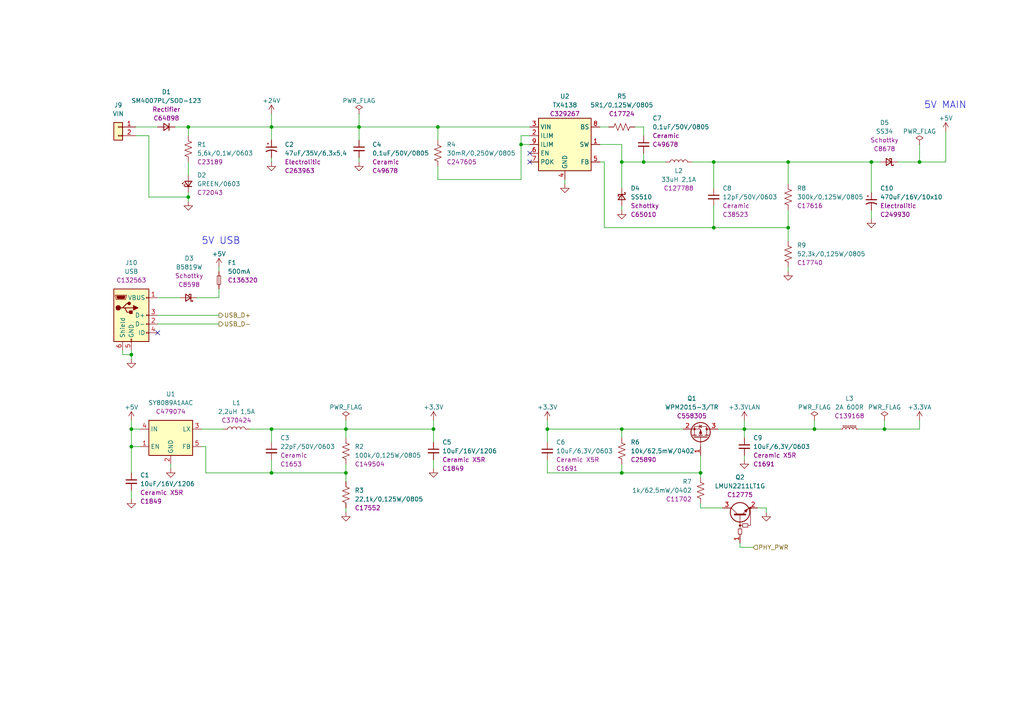
<source format=kicad_sch>
(kicad_sch (version 20230121) (generator eeschema)
  (paper "A4")
  (title_block (title "ESP 16x 24VDC Input 16x External Relay Output Module") (date "2022-10-20") (rev "V1"))
  (lib_symbols
    (symbol "Connector:USB_B_Micro" (pin_names (offset 1.016))
      (property "Reference" "J" (at -5.08 11.43 0))
      (property "Value" "USB_B_Micro" (at -5.08 8.89 0))
      (symbol "USB_B_Micro_0_1"
        (rectangle (start -5.08 -7.62) (end 5.08 7.62) (stroke (width 0.254)) (fill (type background)))
        (circle (center -3.81 2.159) (radius 0.635) (stroke (width 0.254)) (fill (type outline)))
        (circle (center -0.635 3.429) (radius 0.381) (stroke (width 0.254)) (fill (type outline)))
        (rectangle (start -0.127 -7.62) (end 0.127 -6.858))
        (polyline (pts (xy -1.905 2.159) (xy 0.635 2.159)) (stroke (width 0.254)))
        (polyline (pts (xy -3.175 2.159) (xy -2.54 2.159) (xy -1.27 3.429) (xy -0.635 3.429)) (stroke (width 0.254)))
        (polyline (pts (xy -2.54 2.159) (xy -1.905 2.159) (xy -1.27 0.889) (xy 0 0.889)) (stroke (width 0.254)))
        (polyline (pts (xy 0.635 2.794) (xy 0.635 1.524) (xy 1.905 2.159) (xy 0.635 2.794)) (stroke (width 0.254)) (fill (type outline)))
        (polyline (pts (xy -4.318 5.588) (xy -1.778 5.588) (xy -2.032 4.826) (xy -4.064 4.826) (xy -4.318 5.588)) (fill (type outline)))
        (polyline (pts (xy -4.699 5.842) (xy -4.699 5.588) (xy -4.445 4.826) (xy -4.445 4.572) (xy -1.651 4.572) (xy -1.651 4.826) (xy -1.397 5.588) (xy -1.397 5.842) (xy -4.699 5.842)))
        (rectangle (start 0.254 1.27) (end -0.508 0.508) (stroke (width 0.254)) (fill (type outline)))
        (rectangle (start 5.08 -5.207) (end 4.318 -4.953))
        (rectangle (start 5.08 -2.667) (end 4.318 -2.413))
        (rectangle (start 5.08 -0.127) (end 4.318 0.127))
        (rectangle (start 5.08 4.953) (end 4.318 5.207))
      )
      (symbol "USB_B_Micro_1_1"
        (pin power_out line (at 7.62 5.08 180) (length 2.54) (name "VBUS") (number "1"))
        (pin bidirectional line (at 7.62 -2.54 180) (length 2.54) (name "D-") (number "2"))
        (pin bidirectional line (at 7.62 0 180) (length 2.54) (name "D+") (number "3"))
        (pin passive line (at 7.62 -5.08 180) (length 2.54) (name "ID") (number "4"))
        (pin power_out line (at 0 -10.16 90) (length 2.54) (name "GND") (number "5"))
        (pin passive line (at -2.54 -10.16 90) (length 2.54) (name "Shield") (number "6"))
      )
    )
    (symbol "Connector_Generic:Conn_01x02" (pin_names (offset 1.016) hide)
      (property "Reference" "J" (at 0 2.54 0))
      (property "Value" "Conn_01x02" (at 0 -5.08 0))
      (symbol "Conn_01x02_1_1"
        (rectangle (start -1.27 -2.413) (end 0 -2.667) (stroke (width 0.1524)))
        (rectangle (start -1.27 0.127) (end 0 -0.127) (stroke (width 0.1524)))
        (rectangle (start -1.27 1.27) (end 1.27 -3.81) (stroke (width 0.254)) (fill (type background)))
        (pin passive line (at -5.08 0 0) (length 3.81) (name "Pin_1") (number "1"))
        (pin passive line (at -5.08 -2.54 0) (length 3.81) (name "Pin_2") (number "2"))
      )
    )
    (symbol "Device:C_Polarized_Small_US" (pin_numbers hide) (pin_names (offset 0.254) hide)
      (property "Reference" "C" (at 0.254 1.778 0))
      (property "Value" "C_Polarized_Small_US" (at 0.254 -2.032 0))
      (symbol "C_Polarized_Small_US_0_1"
        (polyline (pts (xy -1.524 0.508) (xy 1.524 0.508)) (stroke (width 0.3048)))
        (polyline (pts (xy -1.27 1.524) (xy -0.762 1.524)))
        (polyline (pts (xy -1.016 1.27) (xy -1.016 1.778)))
        (arc (start 1.524 -0.762) (mid 0 -0.3734) (end -1.524 -0.762) (stroke (width 0.3048)))
      )
      (symbol "C_Polarized_Small_US_1_1"
        (pin passive line (at 0 2.54 270) (length 2.032) (name "~") (number "1"))
        (pin passive line (at 0 -2.54 90) (length 2.032) (name "~") (number "2"))
      )
    )
    (symbol "Device:C_Small" (pin_numbers hide) (pin_names (offset 0.254) hide)
      (property "Reference" "C" (at 0.254 1.778 0))
      (property "Value" "C_Small" (at 0.254 -2.032 0))
      (symbol "C_Small_0_1"
        (polyline (pts (xy -1.524 -0.508) (xy 1.524 -0.508)) (stroke (width 0.3302)))
        (polyline (pts (xy -1.524 0.508) (xy 1.524 0.508)) (stroke (width 0.3048)))
      )
      (symbol "C_Small_1_1"
        (pin passive line (at 0 2.54 270) (length 2.032) (name "~") (number "1"))
        (pin passive line (at 0 -2.54 90) (length 2.032) (name "~") (number "2"))
      )
    )
    (symbol "Device:D_Schottky_Small" (pin_numbers hide) (pin_names (offset 0.254) hide)
      (property "Reference" "D" (at -1.27 2.032 0))
      (property "Value" "D_Schottky_Small" (at -7.112 -2.032 0))
      (symbol "D_Schottky_Small_0_1"
        (polyline (pts (xy -0.762 0) (xy 0.762 0)))
        (polyline (pts (xy 0.762 -1.016) (xy -0.762 0) (xy 0.762 1.016) (xy 0.762 -1.016)) (stroke (width 0.254)))
        (polyline (pts (xy -1.27 0.762) (xy -1.27 1.016) (xy -0.762 1.016) (xy -0.762 -1.016) (xy -0.254 -1.016) (xy -0.254 -0.762)) (stroke (width 0.254)))
      )
      (symbol "D_Schottky_Small_1_1"
        (pin passive line (at -2.54 0 0) (length 1.778) (name "K") (number "1"))
        (pin passive line (at 2.54 0 180) (length 1.778) (name "A") (number "2"))
      )
    )
    (symbol "Device:D_Small" (pin_numbers hide) (pin_names (offset 0.254) hide)
      (property "Reference" "D" (at -1.27 2.032 0))
      (property "Value" "D_Small" (at -3.81 -2.032 0))
      (symbol "D_Small_0_1"
        (polyline (pts (xy -0.762 -1.016) (xy -0.762 1.016)) (stroke (width 0.254)))
        (polyline (pts (xy -0.762 0) (xy 0.762 0)))
        (polyline (pts (xy 0.762 -1.016) (xy -0.762 0) (xy 0.762 1.016) (xy 0.762 -1.016)) (stroke (width 0.254)))
      )
      (symbol "D_Small_1_1"
        (pin passive line (at -2.54 0 0) (length 1.778) (name "K") (number "1"))
        (pin passive line (at 2.54 0 180) (length 1.778) (name "A") (number "2"))
      )
    )
    (symbol "Device:Fuse_Small" (pin_numbers hide) (pin_names (offset 0.254) hide)
      (property "Reference" "F" (at 0 -1.524 0))
      (property "Value" "Fuse_Small" (at 0 1.524 0))
      (symbol "Fuse_Small_0_1"
        (rectangle (start -1.27 0.508) (end 1.27 -0.508))
        (polyline (pts (xy -1.27 0) (xy 1.27 0)))
      )
      (symbol "Fuse_Small_1_1"
        (pin passive line (at -2.54 0 0) (length 1.27) (name "~") (number "1"))
        (pin passive line (at 2.54 0 180) (length 1.27) (name "~") (number "2"))
      )
    )
    (symbol "Device:L" (pin_numbers hide) (pin_names (offset 1.016) hide)
      (property "Reference" "L" (at -1.27 0 90))
      (property "Value" "L" (at 1.905 0 90))
      (symbol "L_0_1"
        (arc (start 0 -2.54) (mid 0.6323 -1.905) (end 0 -1.27))
        (arc (start 0 -1.27) (mid 0.6323 -0.635) (end 0 0))
        (arc (start 0 0) (mid 0.6323 0.635) (end 0 1.27))
        (arc (start 0 1.27) (mid 0.6323 1.905) (end 0 2.54))
      )
      (symbol "L_1_1"
        (pin passive line (at 0 3.81 270) (length 1.27) (name "1") (number "1"))
        (pin passive line (at 0 -3.81 90) (length 1.27) (name "2") (number "2"))
      )
    )
    (symbol "Device:LED_Small" (pin_numbers hide) (pin_names (offset 0.254) hide)
      (property "Reference" "D" (at -1.27 3.175 0))
      (property "Value" "LED_Small" (at -4.445 -2.54 0))
      (symbol "LED_Small_0_1"
        (polyline (pts (xy -0.762 -1.016) (xy -0.762 1.016)) (stroke (width 0.254)))
        (polyline (pts (xy 1.016 0) (xy -0.762 0)))
        (polyline (pts (xy 0.762 -1.016) (xy -0.762 0) (xy 0.762 1.016) (xy 0.762 -1.016)) (stroke (width 0.254)))
        (polyline (pts (xy 0 0.762) (xy -0.508 1.27) (xy -0.254 1.27) (xy -0.508 1.27) (xy -0.508 1.016)))
        (polyline (pts (xy 0.508 1.27) (xy 0 1.778) (xy 0.254 1.778) (xy 0 1.778) (xy 0 1.524)))
      )
      (symbol "LED_Small_1_1"
        (pin passive line (at -2.54 0 0) (length 1.778) (name "K") (number "1"))
        (pin passive line (at 2.54 0 180) (length 1.778) (name "A") (number "2"))
      )
    )
    (symbol "Device:L_Ferrite_Small" (pin_numbers hide) (pin_names (offset 0.254) hide)
      (property "Reference" "L" (at 1.27 1.016 0))
      (property "Value" "L_Ferrite_Small" (at 1.27 -1.27 0))
      (symbol "L_Ferrite_Small_0_1"
        (arc (start 0 -2.032) (mid 0.5058 -1.524) (end 0 -1.016))
        (arc (start 0 -1.016) (mid 0.5058 -0.508) (end 0 0))
        (polyline (pts (xy 0.762 -1.905) (xy 0.762 -1.651)))
        (polyline (pts (xy 0.762 -1.397) (xy 0.762 -1.143)))
        (polyline (pts (xy 0.762 -0.889) (xy 0.762 -0.635)))
        (polyline (pts (xy 0.762 -0.381) (xy 0.762 -0.127)))
        (polyline (pts (xy 0.762 0.127) (xy 0.762 0.381)))
        (polyline (pts (xy 0.762 0.635) (xy 0.762 0.889)))
        (polyline (pts (xy 0.762 1.143) (xy 0.762 1.397)))
        (polyline (pts (xy 0.762 1.651) (xy 0.762 1.905)))
        (polyline (pts (xy 1.016 -1.651) (xy 1.016 -1.905)))
        (polyline (pts (xy 1.016 -1.143) (xy 1.016 -1.397)))
        (polyline (pts (xy 1.016 -0.635) (xy 1.016 -0.889)))
        (polyline (pts (xy 1.016 -0.127) (xy 1.016 -0.381)))
        (polyline (pts (xy 1.016 0.381) (xy 1.016 0.127)))
        (polyline (pts (xy 1.016 0.889) (xy 1.016 0.635)))
        (polyline (pts (xy 1.016 1.397) (xy 1.016 1.143)))
        (polyline (pts (xy 1.016 1.905) (xy 1.016 1.651)))
        (arc (start 0 0) (mid 0.5058 0.508) (end 0 1.016))
        (arc (start 0 1.016) (mid 0.5058 1.524) (end 0 2.032))
      )
      (symbol "L_Ferrite_Small_1_1"
        (pin passive line (at 0 2.54 270) (length 0.508) (name "~") (number "1"))
        (pin passive line (at 0 -2.54 90) (length 0.508) (name "~") (number "2"))
      )
    )
    (symbol "Device:Q_NPN_BEC_BRT" (pin_names hide)
      (property "Reference" "Q" (at 3.81 1.27 0))
      (property "Value" "Q_NPN_BEC_BRT" (at 3.81 -1.27 0))
      (symbol "Q_NPN_BEC_BRT_0_1"
        (rectangle (start -6.35 0.508) (end -4.826 -0.508))
        (rectangle (start -4.318 -2.286) (end -3.302 -0.762))
        (circle (center -3.81 0) (radius 0.254) (fill (type outline)))
        (polyline (pts (xy -3.81 -0.762) (xy -3.81 0)))
        (polyline (pts (xy -0.762 0) (xy -4.826 0)))
        (polyline (pts (xy -0.635 1.524) (xy -0.635 -1.524)) (stroke (width 0.508)))
        (polyline (pts (xy -3.81 -2.286) (xy -3.81 -3.048) (xy 1.27 -3.048)))
        (circle (center 1.27 -3.048) (radius 0.254) (fill (type outline)))
      )
      (symbol "Q_NPN_BEC_BRT_1_1"
        (polyline (pts (xy -0.635 0.635) (xy 1.27 2.54)))
        (polyline (pts (xy -0.635 -0.635) (xy 1.27 -2.54) (xy 1.27 -2.54)))
        (polyline (pts (xy 0 -1.778) (xy 0.508 -1.27) (xy 1.016 -2.286) (xy 0 -1.778) (xy 0 -1.778)) (fill (type outline)))
        (circle (center 0 0) (radius 2.8194) (stroke (width 0.254)))
        (pin input line (at -8.89 0 0) (length 2.54) (name "B") (number "1"))
        (pin passive line (at 1.27 -5.08 90) (length 2.54) (name "E") (number "2"))
        (pin passive line (at 1.27 5.08 270) (length 2.54) (name "C") (number "3"))
      )
    )
    (symbol "Device:Q_PMOS_GSD" (pin_names (offset 0) hide)
      (property "Reference" "Q" (at 5.08 1.27 0))
      (property "Value" "Q_PMOS_GSD" (at 5.08 -1.27 0))
      (symbol "Q_PMOS_GSD_0_1"
        (polyline (pts (xy 0.254 0) (xy -2.54 0)))
        (polyline (pts (xy 0.254 1.905) (xy 0.254 -1.905)) (stroke (width 0.254)))
        (polyline (pts (xy 0.762 -1.27) (xy 0.762 -2.286)) (stroke (width 0.254)))
        (polyline (pts (xy 0.762 0.508) (xy 0.762 -0.508)) (stroke (width 0.254)))
        (polyline (pts (xy 0.762 2.286) (xy 0.762 1.27)) (stroke (width 0.254)))
        (polyline (pts (xy 2.54 2.54) (xy 2.54 1.778)))
        (polyline (pts (xy 2.54 -2.54) (xy 2.54 0) (xy 0.762 0)))
        (polyline (pts (xy 0.762 1.778) (xy 3.302 1.778) (xy 3.302 -1.778) (xy 0.762 -1.778)))
        (polyline (pts (xy 2.286 0) (xy 1.27 0.381) (xy 1.27 -0.381) (xy 2.286 0)) (fill (type outline)))
        (polyline (pts (xy 2.794 -0.508) (xy 2.921 -0.381) (xy 3.683 -0.381) (xy 3.81 -0.254)))
        (polyline (pts (xy 3.302 -0.381) (xy 2.921 0.254) (xy 3.683 0.254) (xy 3.302 -0.381)))
        (circle (center 1.651 0) (radius 2.794) (stroke (width 0.254)))
        (circle (center 2.54 -1.778) (radius 0.254) (fill (type outline)))
        (circle (center 2.54 1.778) (radius 0.254) (fill (type outline)))
      )
      (symbol "Q_PMOS_GSD_1_1"
        (pin input line (at -5.08 0 0) (length 2.54) (name "G") (number "1"))
        (pin passive line (at 2.54 -5.08 90) (length 2.54) (name "S") (number "2"))
        (pin passive line (at 2.54 5.08 270) (length 2.54) (name "D") (number "3"))
      )
    )
    (symbol "Device:R_US" (pin_numbers hide) (pin_names (offset 0))
      (property "Reference" "R" (at 2.54 0 90))
      (property "Value" "R_US" (at -2.54 0 90))
      (symbol "R_US_0_1"
        (polyline (pts (xy 0 -2.286) (xy 0 -2.54)))
        (polyline (pts (xy 0 2.286) (xy 0 2.54)))
        (polyline (pts (xy 0 -0.762) (xy 1.016 -1.143) (xy 0 -1.524) (xy -1.016 -1.905) (xy 0 -2.286)))
        (polyline (pts (xy 0 0.762) (xy 1.016 0.381) (xy 0 0) (xy -1.016 -0.381) (xy 0 -0.762)))
        (polyline (pts (xy 0 2.286) (xy 1.016 1.905) (xy 0 1.524) (xy -1.016 1.143) (xy 0 0.762)))
      )
      (symbol "R_US_1_1"
        (pin passive line (at 0 3.81 270) (length 1.27) (name "~") (number "1"))
        (pin passive line (at 0 -3.81 90) (length 1.27) (name "~") (number "2"))
      )
    )
    (symbol "Tales:+3.3V" (power) (pin_names (offset 0))
      (property "Value" "+3.3V" (at 0 3.556 0))
      (symbol "+3.3V_0_1"
        (polyline (pts (xy -0.762 1.27) (xy 0 2.54)))
        (polyline (pts (xy 0 0) (xy 0 2.54)))
        (polyline (pts (xy 0 2.54) (xy 0.762 1.27)))
      )
      (symbol "+3.3V_1_1"
        (pin power_in line (at 0 0 90) (length 0) hide (name "+3.3V") (number "1"))
      )
    )
    (symbol "Tales:+3.3VLAN" (power) (pin_names (offset 0))
      (property "Value" "+3.3VLAN" (at 0 3.556 0))
      (symbol "+3.3VLAN_0_1"
        (polyline (pts (xy -0.762 1.27) (xy 0 2.54)))
        (polyline (pts (xy 0 0) (xy 0 2.54)))
        (polyline (pts (xy 0 2.54) (xy 0.762 1.27)))
      )
      (symbol "+3.3VLAN_1_1"
        (pin power_in line (at 0 0 90) (length 0) hide (name "+3.3VLAN") (number "1"))
      )
    )
    (symbol "Tales:SY8089AAAC"
      (property "Reference" "U" (at 0 10.16 0))
      (property "Value" "SY8089AAAC" (at 0 7.62 0))
      (symbol "SY8089AAAC_0_1"
        (rectangle (start -6.35 5.08) (end 6.35 -5.08) (stroke (width 0.254)) (fill (type background)))
      )
      (symbol "SY8089AAAC_1_1"
        (pin input line (at -8.89 -2.54 0) (length 2.54) (name "EN") (number "1"))
        (pin power_in line (at 0 -7.62 90) (length 2.54) (name "GND") (number "2"))
        (pin power_out line (at 8.89 2.54 180) (length 2.54) (name "LX") (number "3"))
        (pin power_in line (at -8.89 2.54 0) (length 2.54) (name "IN") (number "4"))
        (pin input line (at 8.89 -2.54 180) (length 2.54) (name "FB") (number "5"))
      )
    )
    (symbol "Tales:TX4138"
      (property "Reference" "U" (at 0 12.7 0))
      (property "Value" "TX4138" (at 0 10.16 0))
      (symbol "TX4138_0_1"
        (rectangle (start -7.62 7.62) (end 7.62 -7.62) (stroke (width 0.254)) (fill (type background)))
      )
      (symbol "TX4138_1_1"
        (pin power_out line (at 10.16 0 180) (length 2.54) (name "SW") (number "1"))
        (pin input line (at -10.16 2.54 0) (length 2.54) (name "ILIM") (number "2"))
        (pin power_in line (at -10.16 5.08 0) (length 2.54) (name "VIN") (number "3"))
        (pin power_in line (at 0 -10.16 90) (length 2.54) (name "GND") (number "4"))
        (pin input line (at 10.16 -5.08 180) (length 2.54) (name "FB") (number "5"))
        (pin input line (at -10.16 -2.54 0) (length 2.54) (name "EN") (number "6"))
        (pin output line (at -10.16 -5.08 0) (length 2.54) (name "POK") (number "7"))
        (pin output line (at 10.16 5.08 180) (length 2.54) (name "BS") (number "8"))
        (pin input line (at -10.16 0 0) (length 2.54) (name "ILIM") (number "9"))
      )
    )
    (symbol "power:+24V" (power) (pin_names (offset 0))
      (property "Value" "+24V" (at 0 3.556 0))
      (symbol "+24V_0_1"
        (polyline (pts (xy -0.762 1.27) (xy 0 2.54)))
        (polyline (pts (xy 0 0) (xy 0 2.54)))
        (polyline (pts (xy 0 2.54) (xy 0.762 1.27)))
      )
      (symbol "+24V_1_1"
        (pin power_in line (at 0 0 90) (length 0) hide (name "+24V") (number "1"))
      )
    )
    (symbol "power:+3.3VA" (power) (pin_names (offset 0))
      (property "Value" "+3.3VA" (at 0 3.556 0))
      (symbol "+3.3VA_0_1"
        (polyline (pts (xy -0.762 1.27) (xy 0 2.54)))
        (polyline (pts (xy 0 0) (xy 0 2.54)))
        (polyline (pts (xy 0 2.54) (xy 0.762 1.27)))
      )
      (symbol "+3.3VA_1_1"
        (pin power_in line (at 0 0 90) (length 0) hide (name "+3.3VA") (number "1"))
      )
    )
    (symbol "power:+5V" (power) (pin_names (offset 0))
      (property "Value" "+5V" (at 0 3.556 0))
      (symbol "+5V_0_1"
        (polyline (pts (xy -0.762 1.27) (xy 0 2.54)))
        (polyline (pts (xy 0 0) (xy 0 2.54)))
        (polyline (pts (xy 0 2.54) (xy 0.762 1.27)))
      )
      (symbol "+5V_1_1"
        (pin power_in line (at 0 0 90) (length 0) hide (name "+5V") (number "1"))
      )
    )
    (symbol "power:GND" (power) (pin_names (offset 0))
      (property "Value" "GND" (at 0 -3.81 0))
      (symbol "GND_0_1"
        (polyline (pts (xy 0 0) (xy 0 -1.27) (xy 1.27 -1.27) (xy 0 -2.54) (xy -1.27 -1.27) (xy 0 -1.27)))
      )
      (symbol "GND_1_1"
        (pin power_in line (at 0 0 270) (length 0) hide (name "GND") (number "1"))
      )
    )
    (symbol "power:PWR_FLAG" (power) (pin_numbers hide) (pin_names (offset 0) hide)
      (property "Value" "PWR_FLAG" (at 0 3.81 0))
      (symbol "PWR_FLAG_0_0"
        (pin power_out line (at 0 0 90) (length 0) (name "pwr") (number "1"))
      )
      (symbol "PWR_FLAG_0_1"
        (polyline (pts (xy 0 0) (xy 0 1.27) (xy -1.016 1.905) (xy 0 2.54) (xy 1.016 1.905) (xy 0 1.27)))
      )
    )
  )
  (junction (at 180.34 46.99))
  (junction (at 180.34 124.46))
  (junction (at 151.13 41.91))
  (junction (at 125.73 124.46))
  (junction (at 207.01 66.04))
  (junction (at 266.7 46.99))
  (junction (at 54.61 36.83))
  (junction (at 256.54 124.46))
  (junction (at 127 36.83))
  (junction (at 180.34 137.16))
  (junction (at 236.22 124.46))
  (junction (at 104.14 36.83))
  (junction (at 78.74 137.16))
  (junction (at 228.6 66.04))
  (junction (at 38.1 129.54))
  (junction (at 186.69 46.99))
  (junction (at 252.73 46.99))
  (junction (at 215.9 124.46))
  (junction (at 207.01 46.99))
  (junction (at 38.1 124.46))
  (junction (at 54.61 57.15))
  (junction (at 158.75 124.46))
  (junction (at 78.74 36.83))
  (junction (at 203.2 137.16))
  (junction (at 100.33 124.46))
  (junction (at 78.74 124.46))
  (junction (at 38.1 102.87))
  (junction (at 100.33 137.16))
  (junction (at 228.6 46.99))
  (no_connect (at 153.67 46.99))
  (no_connect (at 153.67 44.45))
  (no_connect (at 45.72 96.52))
  (wire (pts (xy 228.6 46.99) (xy 252.73 46.99)))
  (wire (pts (xy 252.73 46.99) (xy 255.27 46.99)))
  (wire (pts (xy 180.34 46.99) (xy 180.34 54.61)))
  (wire (pts (xy 78.74 133.35) (xy 78.74 137.16)))
  (wire (pts (xy 127 36.83) (xy 153.67 36.83)))
  (wire (pts (xy 125.73 128.27) (xy 125.73 124.46)))
  (wire (pts (xy 228.6 46.99) (xy 228.6 53.34)))
  (wire (pts (xy 180.34 41.91) (xy 180.34 46.99)))
  (wire (pts (xy 125.73 133.35) (xy 125.73 135.89)))
  (wire (pts (xy 203.2 137.16) (xy 203.2 138.43)))
  (wire (pts (xy 54.61 55.88) (xy 54.61 57.15)))
  (wire (pts (xy 203.2 132.08) (xy 203.2 137.16)))
  (wire (pts (xy 100.33 124.46) (xy 100.33 127)))
  (wire (pts (xy 39.37 36.83) (xy 45.72 36.83)))
  (wire (pts (xy 228.6 60.96) (xy 228.6 66.04)))
  (wire (pts (xy 49.53 134.62) (xy 49.53 135.89)))
  (wire (pts (xy 127 52.07) (xy 151.13 52.07)))
  (wire (pts (xy 158.75 133.35) (xy 158.75 137.16)))
  (wire (pts (xy 38.1 142.24) (xy 38.1 144.78)))
  (wire (pts (xy 104.14 36.83) (xy 127 36.83)))
  (wire (pts (xy 100.33 134.62) (xy 100.33 137.16)))
  (wire (pts (xy 38.1 124.46) (xy 40.64 124.46)))
  (wire (pts (xy 78.74 124.46) (xy 100.33 124.46)))
  (wire (pts (xy 78.74 36.83) (xy 78.74 40.64)))
  (wire (pts (xy 78.74 33.02) (xy 78.74 36.83)))
  (wire (pts (xy 100.33 147.32) (xy 100.33 148.59)))
  (wire (pts (xy 45.72 91.44) (xy 63.5 91.44)))
  (wire (pts (xy 54.61 36.83) (xy 78.74 36.83)))
  (wire (pts (xy 207.01 66.04) (xy 207.01 59.69)))
  (wire (pts (xy 54.61 36.83) (xy 54.61 39.37)))
  (wire (pts (xy 72.39 124.46) (xy 78.74 124.46)))
  (wire (pts (xy 266.7 46.99) (xy 274.32 46.99)))
  (wire (pts (xy 222.25 147.32) (xy 222.25 148.59)))
  (wire (pts (xy 158.75 121.92) (xy 158.75 124.46)))
  (wire (pts (xy 274.32 46.99) (xy 274.32 38.1)))
  (wire (pts (xy 45.72 86.36) (xy 52.07 86.36)))
  (wire (pts (xy 100.33 137.16) (xy 100.33 139.7)))
  (wire (pts (xy 127 48.26) (xy 127 52.07)))
  (wire (pts (xy 222.25 147.32) (xy 219.71 147.32)))
  (wire (pts (xy 38.1 101.6) (xy 38.1 102.87)))
  (wire (pts (xy 173.99 46.99) (xy 175.26 46.99)))
  (wire (pts (xy 151.13 52.07) (xy 151.13 41.91)))
  (wire (pts (xy 256.54 124.46) (xy 248.92 124.46)))
  (wire (pts (xy 78.74 137.16) (xy 100.33 137.16)))
  (wire (pts (xy 38.1 129.54) (xy 38.1 137.16)))
  (wire (pts (xy 215.9 124.46) (xy 215.9 127)))
  (wire (pts (xy 200.66 46.99) (xy 207.01 46.99)))
  (wire (pts (xy 78.74 45.72) (xy 78.74 46.99)))
  (wire (pts (xy 228.6 66.04) (xy 228.6 69.85)))
  (wire (pts (xy 198.12 124.46) (xy 180.34 124.46)))
  (wire (pts (xy 38.1 121.92) (xy 38.1 124.46)))
  (wire (pts (xy 57.15 86.36) (xy 63.5 86.36)))
  (wire (pts (xy 208.28 124.46) (xy 215.9 124.46)))
  (wire (pts (xy 180.34 134.62) (xy 180.34 137.16)))
  (wire (pts (xy 158.75 137.16) (xy 180.34 137.16)))
  (wire (pts (xy 100.33 121.92) (xy 100.33 124.46)))
  (wire (pts (xy 59.69 137.16) (xy 78.74 137.16)))
  (wire (pts (xy 151.13 41.91) (xy 151.13 39.37)))
  (wire (pts (xy 207.01 46.99) (xy 207.01 54.61)))
  (wire (pts (xy 38.1 102.87) (xy 38.1 104.14)))
  (wire (pts (xy 158.75 124.46) (xy 180.34 124.46)))
  (wire (pts (xy 78.74 36.83) (xy 104.14 36.83)))
  (wire (pts (xy 173.99 36.83) (xy 176.53 36.83)))
  (wire (pts (xy 54.61 46.99) (xy 54.61 50.8)))
  (wire (pts (xy 38.1 124.46) (xy 38.1 129.54)))
  (wire (pts (xy 50.8 36.83) (xy 54.61 36.83)))
  (wire (pts (xy 127 36.83) (xy 127 40.64)))
  (wire (pts (xy 203.2 147.32) (xy 209.55 147.32)))
  (wire (pts (xy 104.14 36.83) (xy 104.14 40.64)))
  (wire (pts (xy 214.63 158.75) (xy 218.44 158.75)))
  (wire (pts (xy 186.69 44.45) (xy 186.69 46.99)))
  (wire (pts (xy 35.56 101.6) (xy 35.56 102.87)))
  (wire (pts (xy 186.69 36.83) (xy 186.69 39.37)))
  (wire (pts (xy 39.37 39.37) (xy 43.18 39.37)))
  (wire (pts (xy 215.9 124.46) (xy 236.22 124.46)))
  (wire (pts (xy 180.34 60.96) (xy 180.34 59.69)))
  (wire (pts (xy 163.83 52.07) (xy 163.83 53.34)))
  (wire (pts (xy 125.73 124.46) (xy 100.33 124.46)))
  (wire (pts (xy 184.15 36.83) (xy 186.69 36.83)))
  (wire (pts (xy 43.18 39.37) (xy 43.18 57.15)))
  (wire (pts (xy 175.26 66.04) (xy 207.01 66.04)))
  (wire (pts (xy 256.54 121.92) (xy 256.54 124.46)))
  (wire (pts (xy 151.13 41.91) (xy 153.67 41.91)))
  (wire (pts (xy 252.73 55.88) (xy 252.73 46.99)))
  (wire (pts (xy 38.1 129.54) (xy 40.64 129.54)))
  (wire (pts (xy 266.7 124.46) (xy 256.54 124.46)))
  (wire (pts (xy 207.01 66.04) (xy 228.6 66.04)))
  (wire (pts (xy 59.69 129.54) (xy 59.69 137.16)))
  (wire (pts (xy 228.6 77.47) (xy 228.6 78.74)))
  (wire (pts (xy 158.75 128.27) (xy 158.75 124.46)))
  (wire (pts (xy 180.34 137.16) (xy 203.2 137.16)))
  (wire (pts (xy 173.99 41.91) (xy 180.34 41.91)))
  (wire (pts (xy 175.26 46.99) (xy 175.26 66.04)))
  (wire (pts (xy 215.9 121.92) (xy 215.9 124.46)))
  (wire (pts (xy 214.63 157.48) (xy 214.63 158.75)))
  (wire (pts (xy 104.14 45.72) (xy 104.14 46.99)))
  (wire (pts (xy 45.72 93.98) (xy 63.5 93.98)))
  (wire (pts (xy 63.5 83.82) (xy 63.5 86.36)))
  (wire (pts (xy 125.73 121.92) (xy 125.73 124.46)))
  (wire (pts (xy 104.14 33.02) (xy 104.14 36.83)))
  (wire (pts (xy 236.22 121.92) (xy 236.22 124.46)))
  (wire (pts (xy 180.34 124.46) (xy 180.34 127)))
  (wire (pts (xy 243.84 124.46) (xy 236.22 124.46)))
  (wire (pts (xy 58.42 124.46) (xy 64.77 124.46)))
  (wire (pts (xy 54.61 57.15) (xy 54.61 58.42)))
  (wire (pts (xy 63.5 77.47) (xy 63.5 78.74)))
  (wire (pts (xy 252.73 60.96) (xy 252.73 63.5)))
  (wire (pts (xy 203.2 146.05) (xy 203.2 147.32)))
  (wire (pts (xy 266.7 124.46) (xy 266.7 121.92)))
  (wire (pts (xy 215.9 132.08) (xy 215.9 133.35)))
  (wire (pts (xy 186.69 46.99) (xy 193.04 46.99)))
  (wire (pts (xy 58.42 129.54) (xy 59.69 129.54)))
  (wire (pts (xy 260.35 46.99) (xy 266.7 46.99)))
  (wire (pts (xy 151.13 39.37) (xy 153.67 39.37)))
  (wire (pts (xy 180.34 46.99) (xy 186.69 46.99)))
  (wire (pts (xy 266.7 41.91) (xy 266.7 46.99)))
  (wire (pts (xy 43.18 57.15) (xy 54.61 57.15)))
  (wire (pts (xy 78.74 124.46) (xy 78.74 128.27)))
  (wire (pts (xy 35.56 102.87) (xy 38.1 102.87)))
  (wire (pts (xy 228.6 46.99) (xy 207.01 46.99)))
  (text "5V MAIN" (at 267.97 31.75 0) (effects (font (size 2 2)) (justify left bottom)))
  (text "5V USB" (at 58.42 71.12 0) (effects (font (size 2 2)) (justify left bottom)))
  (hierarchical_label "USB_D-" (shape output) (at 63.5 93.98 0))
  (hierarchical_label "PHY_PWR" (shape input) (at 218.44 158.75 0))
  (hierarchical_label "USB_D+" (shape output) (at 63.5 91.44 0))
  (symbol (lib_id "Device:C_Small") (at 186.69 41.91 0) (unit 1)
    (property "Reference" "C7" (at 189.23 34.29 0) (effects (justify left)))
    (property "Value" "0,1uF/50V/0805" (at 189.23 36.83 0) (effects (justify left)))
    (property "Footprint" "Tales:C_0805_2012Metric" (effects hide))
    (property "Technology" "Ceramic" (at 189.23 39.37 0) (effects (justify left)))
    (property "Case" "0805/2012" (effects hide))
    (property "Mfr" "Yageo" (effects hide))
    (property "Mfr PN" "CC0805KRX7R9BB104" (effects hide))
    (property "Vendor" "JLCPCB" (effects hide))
    (property "Vendor PN" "C49678" (effects hide))
    (property "LCSC Part #" "C49678" (at 189.23 41.91 0) (effects (justify left)))
    (property "JLCPCB BOM" "1" (effects hide))
  )
  (symbol (lib_id "Device:R_US") (at 228.6 57.15 0) (unit 1)
    (property "Reference" "R8" (at 231.14 54.61 0) (effects (justify left)))
    (property "Value" "300k/0,125W/0805" (at 231.14 57.15 0) (effects (justify left)))
    (property "Footprint" "Tales:R_0805_2012Metric" (effects hide))
    (property "Case" "0805/2012" (effects hide))
    (property "JLCPCB BOM" "1" (effects hide))
    (property "LCSC Part #" "C17616" (at 231.14 59.69 0) (effects (justify left)))
    (property "Mfr" "Uniroyal" (effects hide))
    (property "Mfr PN" "0805W8F3003T5E" (effects hide))
    (property "Vendor" "JLCPCB" (effects hide))
    (property "Vendor PN" "C17616" (effects hide))
  )
  (symbol (lib_id "power:+24V") (at 78.74 33.02 0) (unit 1)
    (property "Reference" "#PWR07" (effects hide))
    (property "Value" "+24V" (at 78.74 29.21 0))
  )
  (symbol (lib_id "Device:C_Small") (at 78.74 130.81 0) (unit 1)
    (property "Reference" "C3" (at 81.28 127 0) (effects (justify left)))
    (property "Value" "22pF/50V/0603" (at 81.28 129.54 0) (effects (justify left)))
    (property "Footprint" "Tales:C_0603_1608Metric" (effects hide))
    (property "Case" "0603/1608" (effects hide))
    (property "JLCPCB BOM" "1" (effects hide))
    (property "LCSC Part #" "C1653" (at 81.28 134.62 0) (effects (justify left)))
    (property "Mfr" "Samsung" (effects hide))
    (property "Mfr PN" "CL10C220JB8NNNC" (effects hide))
    (property "Technology" "Ceramic" (at 81.28 132.08 0) (effects (justify left)))
    (property "Vendor" "JLCPCB" (effects hide))
    (property "Vendor PN" "C1653" (effects hide))
  )
  (symbol (lib_id "Device:C_Small") (at 38.1 139.7 0) (unit 1)
    (property "Reference" "C1" (at 40.64 137.795 0) (effects (justify left)))
    (property "Value" "10uF/16V/1206" (at 40.64 140.335 0) (effects (justify left)))
    (property "Footprint" "Tales:C_1206_3216Metric" (effects hide))
    (property "Mfr" "Samsung" (effects hide))
    (property "Mfr PN" "CL31A106KOHNNNE" (effects hide))
    (property "JLCPCB BOM" "1" (effects hide))
    (property "LCSC Part #" "C1849" (at 40.64 145.415 0) (effects (justify left)))
    (property "Technology" "Ceramic X5R" (at 40.64 142.875 0) (effects (justify left)))
    (property "Vendor" "JLCPCB" (effects hide))
    (property "Vendor PN" "C1849" (effects hide))
    (property "Case" "1206/3216" (effects hide))
  )
  (symbol (lib_id "power:GND") (at 100.33 148.59 0) (unit 1)
    (property "Reference" "#PWR09" (effects hide))
    (property "Value" "GNDREF" (effects hide))
  )
  (symbol (lib_id "Device:L") (at 196.85 46.99 90) (unit 1)
    (property "Reference" "L2" (at 196.85 49.53 90))
    (property "Value" "33uH 2,1A" (at 196.85 52.07 90))
    (property "Footprint" "Tales:L_12x12mm_H6mm" (effects hide))
    (property "Case" "12x12" (effects hide))
    (property "JLCPCB BOM" "1" (effects hide))
    (property "LCSC Part #" "C127788" (at 196.85 54.61 90))
    (property "Mfr" "Sunlord" (effects hide))
    (property "Mfr PN" "SWRH1205B-330MT" (effects hide))
    (property "Vendor" "JLCPCB" (effects hide))
    (property "Vendor PN" "C127788" (effects hide))
  )
  (symbol (lib_id "power:+5V") (at 63.5 77.47 0) (unit 1)
    (property "Reference" "#PWR06" (effects hide))
    (property "Value" "+5V" (at 63.5 73.66 0))
  )
  (symbol (lib_id "Tales:SY8089AAAC") (at 49.53 127 0) (unit 1)
    (property "Reference" "U1" (at 49.53 114.3 0))
    (property "Value" "SY8089A1AAC" (at 49.53 116.84 0))
    (property "Footprint" "Tales:TSOT-23-5" (effects hide))
    (property "Case" "SOT-23-5" (effects hide))
    (property "JLCPCB BOM" "1" (effects hide))
    (property "LCSC Part #" "C479074" (at 49.53 119.38 0))
    (property "Mfr" "Silergy" (effects hide))
    (property "Mfr PN" "SY8089A1AAC" (effects hide))
    (property "Vendor" "JLCPCB" (effects hide))
    (property "Vendor PN" "C479074" (effects hide))
  )
  (symbol (lib_id "power:GND") (at 125.73 135.89 0) (unit 1)
    (property "Reference" "#PWR012" (effects hide))
    (property "Value" "GNDREF" (effects hide))
  )
  (symbol (lib_id "power:GND") (at 222.25 148.59 0) (unit 1)
    (property "Reference" "#PWR018" (effects hide))
    (property "Value" "GNDREF" (effects hide))
  )
  (symbol (lib_id "Connector:USB_B_Micro") (at 38.1 91.44 0) (unit 1)
    (property "Reference" "J10" (at 38.1 76.2 0))
    (property "Value" "USB" (at 38.1 78.74 0))
    (property "Footprint" "Connector_USB:USB_Micro-B_Amphenol_10118194_Horizontal" (effects hide))
    (property "JLCPCB BOM" "1" (effects hide))
    (property "LCSC Part #" "C132563" (at 38.1 81.28 0))
    (property "Mfr" "Amphenol" (effects hide))
    (property "Mfr PN" "10118194-0001LF" (effects hide))
    (property "Vendor" "JLCPCB" (effects hide))
    (property "Vendor PN" "C132563" (effects hide))
  )
  (symbol (lib_id "Device:Fuse_Small") (at 63.5 81.28 90) (unit 1)
    (property "Reference" "F1" (at 66.04 76.2 90) (effects (justify right)))
    (property "Value" "500mA" (at 66.04 78.74 90) (effects (justify right)))
    (property "Footprint" "Tales:Fuse_0402_1005Metric" (effects hide))
    (property "JLCPCB BOM" "1" (effects hide))
    (property "LCSC Part #" "C136320" (at 66.04 81.28 90) (effects (justify right)))
    (property "Mfr" "JDT" (effects hide))
    (property "Mfr PN" "JFC0402-0500FS" (effects hide))
    (property "Vendor" "JLCPCB" (effects hide))
    (property "Vendor PN" "C136320" (effects hide))
    (property "Case" "0402" (effects hide))
  )
  (symbol (lib_id "Tales:+3.3VLAN") (at 215.9 121.92 0) (unit 1)
    (property "Reference" "#PWR016" (effects hide))
    (property "Value" "+3.3VLAN" (at 215.9 118.11 0))
  )
  (symbol (lib_id "Device:D_Schottky_Small") (at 257.81 46.99 180) (unit 1)
    (property "Reference" "D5" (at 256.54 35.56 0))
    (property "Value" "SS34" (at 256.54 38.1 0))
    (property "Footprint" "Tales:D_SMA" (effects hide))
    (property "JLCPCB BOM" "1" (effects hide))
    (property "LCSC Part #" "C8678" (at 256.54 43.18 0))
    (property "Mfr" "Microdiode" (effects hide))
    (property "Mfr PN" "SS34" (effects hide))
    (property "Technology" "Schottky" (at 256.54 40.64 0))
    (property "Vendor" "JLCPCB" (effects hide))
    (property "Vendor PN" "C8678" (effects hide))
    (property "Case" "SMA" (effects hide))
  )
  (symbol (lib_id "power:PWR_FLAG") (at 266.7 41.91 0) (unit 1)
    (property "Reference" "#FLG05" (effects hide))
    (property "Value" "PWR_FLAG" (at 266.7 38.1 0))
  )
  (symbol (lib_id "power:+5V") (at 38.1 121.92 0) (unit 1)
    (property "Reference" "#PWR02" (effects hide))
    (property "Value" "+5V" (at 38.1 118.11 0))
  )
  (symbol (lib_id "Device:D_Schottky_Small") (at 180.34 57.15 270) (unit 1)
    (property "Reference" "D4" (at 182.88 54.61 90) (effects (justify left)))
    (property "Value" "SS510" (at 182.88 57.15 90) (effects (justify left)))
    (property "Footprint" "Tales:D_SMA" (effects hide))
    (property "Case" "SMA" (effects hide))
    (property "JLCPCB BOM" "1" (effects hide))
    (property "LCSC Part #" "C65010" (at 182.88 62.23 90) (effects (justify left)))
    (property "Mfr" "Microdiode" (effects hide))
    (property "Mfr PN" "SS510" (effects hide))
    (property "Technology" "Schottky" (at 182.88 59.69 90) (effects (justify left)))
    (property "Vendor" "JLCPCB" (effects hide))
    (property "Vendor PN" "C65010" (effects hide))
  )
  (symbol (lib_id "Device:D_Small") (at 48.26 36.83 180) (unit 1)
    (property "Reference" "D1" (at 48.26 26.67 0))
    (property "Value" "SM4007PL/SOD-123" (at 48.26 29.21 0))
    (property "Footprint" "Tales:D_SOD-123" (effects hide))
    (property "Case" "SOD-123FL" (effects hide))
    (property "Technology" "Rectifier" (at 48.26 31.75 0))
    (property "Mfr" "Microdiode" (effects hide))
    (property "Mfr PN" "SM4007PL" (effects hide))
    (property "Vendor" "JLCPCB" (effects hide))
    (property "Vendor PN" "C64898" (effects hide))
    (property "LCSC Part #" "C64898" (at 48.26 34.29 0))
    (property "JLCPCB BOM" "1" (effects hide))
    (property "Sim.Device" "D" (effects hide))
    (property "Sim.Pins" "1=K 2=A" (effects hide))
  )
  (symbol (lib_id "Device:R_US") (at 180.34 36.83 270) (unit 1)
    (property "Reference" "R5" (at 180.34 27.94 90))
    (property "Value" "5R1/0,125W/0805" (at 180.34 30.48 90))
    (property "Footprint" "Tales:R_0805_2012Metric" (effects hide))
    (property "Case" "0805/2012" (effects hide))
    (property "Mfr" "Uniroyal" (effects hide))
    (property "Mfr PN" "0805W8F510KT5E" (effects hide))
    (property "Vendor" "JLCPCB" (effects hide))
    (property "Vendor PN" "C17724" (effects hide))
    (property "LCSC Part #" "C17724" (at 180.34 33.02 90))
    (property "JLCPCB BOM" "1" (effects hide))
  )
  (symbol (lib_id "power:+3.3VA") (at 266.7 121.92 0) (unit 1)
    (property "Reference" "#PWR021" (effects hide))
    (property "Value" "+3.3VA" (at 266.7 118.11 0))
  )
  (symbol (lib_id "power:PWR_FLAG") (at 104.14 33.02 0) (unit 1)
    (property "Reference" "#FLG02" (effects hide))
    (property "Value" "PWR_FLAG" (at 104.14 29.21 0))
  )
  (symbol (lib_id "Device:D_Schottky_Small") (at 54.61 86.36 180) (unit 1)
    (property "Reference" "D3" (at 54.864 74.93 0))
    (property "Value" "B5819W" (at 54.864 77.47 0))
    (property "Footprint" "Tales:D_SOD-123" (effects hide))
    (property "Technology" "Schottky" (at 54.864 80.01 0))
    (property "Vendor" "JLCPCB" (effects hide))
    (property "Case" "SOD-123" (effects hide))
    (property "JLCPCB BOM" "1" (effects hide))
    (property "LCSC Part #" "C8598" (at 54.864 82.55 0))
    (property "Mfr" "Jiangsu" (effects hide))
    (property "Mfr PN" "B5819W" (effects hide))
    (property "Vendor PN" "C8598" (effects hide))
  )
  (symbol (lib_id "Device:C_Small") (at 125.73 130.81 0) (unit 1)
    (property "Reference" "C5" (at 128.27 128.27 0) (effects (justify left)))
    (property "Value" "10uF/16V/1206" (at 128.27 130.81 0) (effects (justify left)))
    (property "Footprint" "Tales:C_1206_3216Metric" (effects hide))
    (property "Mfr" "Samsung" (effects hide))
    (property "Mfr PN" "CL31A106KOHNNNE" (effects hide))
    (property "JLCPCB BOM" "1" (effects hide))
    (property "LCSC Part #" "C1849" (at 128.27 135.89 0) (effects (justify left)))
    (property "Technology" "Ceramic X5R" (at 128.27 133.35 0) (effects (justify left)))
    (property "Vendor" "JLCPCB" (effects hide))
    (property "Vendor PN" "C1849" (effects hide))
    (property "Case" "1206/3216" (effects hide))
  )
  (symbol (lib_id "power:GND") (at 38.1 144.78 0) (unit 1)
    (property "Reference" "#PWR03" (effects hide))
    (property "Value" "GNDREF" (effects hide))
  )
  (symbol (lib_id "power:GND") (at 215.9 133.35 0) (unit 1)
    (property "Reference" "#PWR017" (effects hide))
    (property "Value" "GNDREF" (effects hide))
  )
  (symbol (lib_id "power:GND") (at 54.61 58.42 0) (unit 1)
    (property "Reference" "#PWR05" (effects hide))
    (property "Value" "GND" (effects hide))
  )
  (symbol (lib_id "Device:LED_Small") (at 54.61 53.34 90) (unit 1)
    (property "Reference" "D2" (at 57.15 50.8 90) (effects (justify right)))
    (property "Value" "GREEN/0603" (at 57.15 53.34 90) (effects (justify right)))
    (property "Footprint" "Tales:LED_0603_1608Metric" (effects hide))
    (property "Case" "0603" (effects hide))
    (property "Mfr" "Everlight" (effects hide))
    (property "Mfr PN" "19-217/GHC-YR1S2/3T" (effects hide))
    (property "Vendor" "JLCPCB" (effects hide))
    (property "Vendor PN" "C72043" (effects hide))
    (property "LCSC Part #" "C72043" (at 57.15 55.88 90) (effects (justify right)))
    (property "JLCPCB BOM" "1" (effects hide))
  )
  (symbol (lib_id "power:+5V") (at 274.32 38.1 0) (unit 1)
    (property "Reference" "#PWR022" (effects hide))
    (property "Value" "+5V" (at 274.32 34.29 0))
  )
  (symbol (lib_id "Device:R_US") (at 127 44.45 0) (unit 1)
    (property "Reference" "R4" (at 129.54 41.91 0) (effects (justify left)))
    (property "Value" "30mR/0,250W/0805" (at 129.54 44.45 0) (effects (justify left)))
    (property "Footprint" "Tales:R_0805_2012Metric" (effects hide))
    (property "Case" "0805/2012" (effects hide))
    (property "Mfr" "Uniroyal" (effects hide))
    (property "Mfr PN" "0805W4F300MT5E" (effects hide))
    (property "Vendor" "JLCPCB" (effects hide))
    (property "Vendor PN" "C247605" (effects hide))
    (property "LCSC Part #" "C247605" (at 129.54 46.99 0) (effects (justify left)))
    (property "JLCPCB BOM" "1" (effects hide))
  )
  (symbol (lib_id "Device:C_Small") (at 215.9 129.54 0) (unit 1)
    (property "Reference" "C9" (at 218.44 127 0) (effects (justify left)))
    (property "Value" "10uF/6,3V/0603" (at 218.44 129.54 0) (effects (justify left)))
    (property "Footprint" "Tales:C_0603_1608Metric" (effects hide))
    (property "Mfr" "Samsung" (effects hide))
    (property "Mfr PN" "CL10A106MQ8NNNC" (effects hide))
    (property "JLCPCB BOM" "1" (effects hide))
    (property "LCSC Part #" "C1691" (at 218.44 134.62 0) (effects (justify left)))
    (property "Technology" "Ceramic X5R" (at 218.44 132.08 0) (effects (justify left)))
    (property "Vendor" "JLCPCB" (effects hide))
    (property "Vendor PN" "C1691" (effects hide))
    (property "Case" "0603/1608" (effects hide))
  )
  (symbol (lib_id "power:GND") (at 180.34 60.96 0) (unit 1)
    (property "Reference" "#PWR015" (effects hide))
    (property "Value" "GNDREF" (effects hide))
  )
  (symbol (lib_id "Device:L_Ferrite_Small") (at 246.38 124.46 90) (unit 1)
    (property "Reference" "L3" (at 246.38 115.57 90))
    (property "Value" "2A 600R" (at 246.38 118.11 90))
    (property "Footprint" "Inductor_SMD:L_0805_2012Metric" (effects hide))
    (property "Case" "0805/2012" (effects hide))
    (property "JLCPCB BOM" "1" (effects hide))
    (property "LCSC Part #" "C139168" (at 246.38 120.65 90))
    (property "Mfr" "FH" (effects hide))
    (property "Mfr PN" "CBM201209U601T" (effects hide))
    (property "Vendor" "JLCPCB" (effects hide))
    (property "Vendor PN" "C139168" (effects hide))
  )
  (symbol (lib_id "power:GND") (at 163.83 53.34 0) (unit 1)
    (property "Reference" "#PWR014" (effects hide))
    (property "Value" "GNDREF" (effects hide))
  )
  (symbol (lib_id "power:PWR_FLAG") (at 236.22 121.92 0) (unit 1)
    (property "Reference" "#FLG03" (effects hide))
    (property "Value" "PWR_FLAG" (at 236.22 118.11 0))
  )
  (symbol (lib_id "Device:Q_PMOS_GSD") (at 203.2 127 270) (mirror x) (unit 1)
    (property "Reference" "Q1" (at 200.66 115.57 90))
    (property "Value" "WPM2015-3/TR" (at 200.66 118.11 90))
    (property "Footprint" "Tales:SOT-23" (effects hide))
    (property "Case" "SOT-23-3" (effects hide))
    (property "JLCPCB BOM" "1" (effects hide))
    (property "LCSC Part #" "C558305" (at 200.66 120.65 90))
    (property "Mfr" "VBSemi" (effects hide))
    (property "Mfr PN" "WPM2015-3/TR" (effects hide))
    (property "Technology" "MOSFET" (effects hide))
    (property "Vendor" "JLCPCB" (effects hide))
    (property "Vendor PN" "C558305" (effects hide))
  )
  (symbol (lib_id "Connector_Generic:Conn_01x02") (at 34.29 36.83 0) (mirror y) (unit 1)
    (property "Reference" "J9" (at 34.29 30.48 0))
    (property "Value" "VIN" (at 34.29 33.02 0))
    (property "Footprint" "Tales:TerminalBlock_Phoenix_MKDS-3-2-5.08_1x02_P5.08mm_Horizontal" (effects hide))
    (property "JLCPCB BOM" "0" (effects hide))
    (property "Mfr" "Conexel" (effects hide))
    (property "Mfr PN" "1x LM 5.08/02/90 3.5SN OR BX" (effects hide))
    (property "Vendor" "Conexel" (effects hide))
    (property "Vendor PN" "1x 1716080000" (effects hide))
  )
  (symbol (lib_id "Device:Q_NPN_BEC_BRT") (at 214.63 148.59 90) (unit 1)
    (property "Reference" "Q2" (at 214.63 138.43 90))
    (property "Value" "LMUN2211LT1G" (at 214.63 140.97 90))
    (property "Footprint" "Tales:SOT-23" (effects hide))
    (property "LCSC Part #" "C12775" (at 214.63 143.51 90))
    (property "Vendor PN" "C12775" (effects hide))
    (property "Case" "SOT-23-3" (effects hide))
    (property "JLCPCB BOM" "1" (effects hide))
    (property "Mfr" "LRC" (effects hide))
    (property "Mfr PN" "LMUN2211LT1G" (effects hide))
    (property "Technology" "NPN Pre Biased" (effects hide))
    (property "Vendor" "JLCPCB" (effects hide))
  )
  (symbol (lib_id "Tales:+3.3V") (at 158.75 121.92 0) (unit 1)
    (property "Reference" "#PWR013" (effects hide))
    (property "Value" "+3.3V" (at 158.75 118.11 0))
  )
  (symbol (lib_id "power:GND") (at 49.53 135.89 0) (unit 1)
    (property "Reference" "#PWR04" (effects hide))
    (property "Value" "GNDREF" (effects hide))
  )
  (symbol (lib_id "power:GND") (at 228.6 78.74 0) (unit 1)
    (property "Reference" "#PWR019" (effects hide))
    (property "Value" "GNDREF" (effects hide))
  )
  (symbol (lib_id "Device:C_Small") (at 207.01 57.15 0) (unit 1)
    (property "Reference" "C8" (at 209.55 54.61 0) (effects (justify left)))
    (property "Value" "12pF/50V/0603" (at 209.55 57.15 0) (effects (justify left)))
    (property "Footprint" "Tales:C_0603_1608Metric" (effects hide))
    (property "Case" "0603/1608" (effects hide))
    (property "JLCPCB BOM" "1" (effects hide))
    (property "LCSC Part #" "C38523" (at 209.55 62.23 0) (effects (justify left)))
    (property "Mfr" "Samsung" (effects hide))
    (property "Mfr PN" "CL10C120JB8NNNC" (effects hide))
    (property "Technology" "Ceramic" (at 209.55 59.69 0) (effects (justify left)))
    (property "Vendor" "JLCPCB" (effects hide))
    (property "Vendor PN" "C38523" (effects hide))
  )
  (symbol (lib_id "Device:C_Small") (at 104.14 43.18 0) (unit 1)
    (property "Reference" "C4" (at 107.95 41.91 0) (effects (justify left)))
    (property "Value" "0,1uF/50V/0805" (at 107.95 44.45 0) (effects (justify left)))
    (property "Footprint" "Tales:C_0805_2012Metric" (effects hide))
    (property "Technology" "Ceramic" (at 107.95 46.99 0) (effects (justify left)))
    (property "Case" "0805/2012" (effects hide))
    (property "Mfr" "Yageo" (effects hide))
    (property "Mfr PN" "CC0805KRX7R9BB104" (effects hide))
    (property "Vendor" "JLCPCB" (effects hide))
    (property "Vendor PN" "C49678" (effects hide))
    (property "LCSC Part #" "C49678" (at 107.95 49.53 0) (effects (justify left)))
    (property "JLCPCB BOM" "1" (effects hide))
  )
  (symbol (lib_id "power:GND") (at 104.14 46.99 0) (unit 1)
    (property "Reference" "#PWR010" (effects hide))
    (property "Value" "GNDREF" (effects hide))
  )
  (symbol (lib_id "Tales:TX4138") (at 163.83 41.91 0) (unit 1)
    (property "Reference" "U2" (at 163.83 27.94 0))
    (property "Value" "TX4138" (at 163.83 30.48 0))
    (property "Footprint" "Tales:SOIC-8-1EP_3.9x4.9mm_P1.27mm_EP2.29x3mm_ThermalVias" (effects hide))
    (property "Case" "SOIC-8" (effects hide))
    (property "JLCPCB BOM" "1" (effects hide))
    (property "LCSC Part #" "C329267" (at 163.83 33.02 0))
    (property "Mfr" "XDS" (effects hide))
    (property "Mfr PN" "TX4138" (effects hide))
    (property "Vendor" "JLCPCB" (effects hide))
    (property "Vendor PN" "C329267" (effects hide))
  )
  (symbol (lib_id "Device:R_US") (at 100.33 143.51 0) (unit 1)
    (property "Reference" "R3" (at 102.87 142.24 0) (effects (justify left)))
    (property "Value" "22,1k/0,125W/0805" (at 102.87 144.78 0) (effects (justify left)))
    (property "Footprint" "Tales:R_0805_2012Metric" (effects hide))
    (property "Case" "0805/2012" (effects hide))
    (property "JLCPCB BOM" "1" (effects hide))
    (property "LCSC Part #" "C17552" (at 102.87 147.32 0) (effects (justify left)))
    (property "Mfr" "Uniroyal" (effects hide))
    (property "Mfr PN" "0805W8F2212T5E" (effects hide))
    (property "Vendor" "JLCPCB" (effects hide))
    (property "Vendor PN" "C17552" (effects hide))
  )
  (symbol (lib_id "Device:R_US") (at 100.33 130.81 0) (unit 1)
    (property "Reference" "R2" (at 102.87 129.54 0) (effects (justify left)))
    (property "Value" "100k/0,125W/0805" (at 102.87 132.08 0) (effects (justify left)))
    (property "Footprint" "Tales:R_0805_2012Metric" (effects hide))
    (property "Case" "0805/2012" (effects hide))
    (property "JLCPCB BOM" "1" (effects hide))
    (property "LCSC Part #" "C149504" (at 102.87 134.62 0) (effects (justify left)))
    (property "Mfr" "Uniroyal" (effects hide))
    (property "Mfr PN" "0805W8F1003T5E" (effects hide))
    (property "Vendor" "JLCPCB" (effects hide))
    (property "Vendor PN" "C149504" (effects hide))
  )
  (symbol (lib_id "Device:L") (at 68.58 124.46 90) (unit 1)
    (property "Reference" "L1" (at 68.58 116.84 90))
    (property "Value" "2,2uH 1,5A" (at 68.58 119.38 90))
    (property "Footprint" "Tales:L_3x3_H1.5" (effects hide))
    (property "Case" "3x3" (effects hide))
    (property "JLCPCB BOM" "1" (effects hide))
    (property "LCSC Part #" "C370424" (at 68.58 121.92 90))
    (property "Mfr" "Sunlord" (effects hide))
    (property "Mfr PN" "SPH3015H2R2MT" (effects hide))
    (property "Vendor" "JLCPCB" (effects hide))
    (property "Vendor PN" "C370424" (effects hide))
  )
  (symbol (lib_id "Tales:+3.3V") (at 125.73 121.92 0) (unit 1)
    (property "Reference" "#PWR011" (effects hide))
    (property "Value" "+3.3V" (at 125.73 118.11 0))
  )
  (symbol (lib_id "Device:C_Polarized_Small_US") (at 252.73 58.42 0) (unit 1)
    (property "Reference" "C10" (at 255.27 54.61 0) (effects (justify left)))
    (property "Value" "470uF/16V/10x10" (at 255.27 57.15 0) (effects (justify left)))
    (property "Footprint" "Tales:CP_Elec_10x10" (effects hide))
    (property "Mfr" "Lelon" (effects hide))
    (property "Mfr PN" "VZH471M1CTR-1010" (effects hide))
    (property "JLCPCB BOM" "1" (effects hide))
    (property "LCSC Part #" "C249930" (at 255.27 62.23 0) (effects (justify left)))
    (property "Technology" "Electrolitic" (at 255.27 59.69 0) (effects (justify left)))
    (property "Vendor" "JLCPCB" (effects hide))
    (property "Vendor PN" "C249930" (effects hide))
    (property "Case" "10x10" (effects hide))
  )
  (symbol (lib_id "Device:R_US") (at 54.61 43.18 0) (unit 1)
    (property "Reference" "R1" (at 57.15 41.91 0) (effects (justify left)))
    (property "Value" "5,6k/0,1W/0603" (at 57.15 44.45 0) (effects (justify left)))
    (property "Footprint" "Tales:R_0603_1608Metric" (effects hide))
    (property "Case" "0603/1608" (effects hide))
    (property "Mfr" "Uniroyal" (effects hide))
    (property "Mfr PN" "0603WAF5601T5E" (effects hide))
    (property "Vendor" "JLCPCB" (effects hide))
    (property "Vendor PN" "C23189" (effects hide))
    (property "LCSC Part #" "C23189" (at 57.15 46.99 0) (effects (justify left)))
    (property "JLCPCB BOM" "1" (effects hide))
  )
  (symbol (lib_id "Device:C_Polarized_Small_US") (at 78.74 43.18 0) (unit 1)
    (property "Reference" "C2" (at 82.55 41.91 0) (effects (justify left)))
    (property "Value" "47uF/35V/6,3x5,4" (at 82.55 44.45 0) (effects (justify left)))
    (property "Footprint" "Tales:CP_Elec_6.3x5.4" (effects hide))
    (property "Technology" "Electrolitic" (at 82.55 46.99 0) (effects (justify left)))
    (property "Case" "6,3x5,4" (effects hide))
    (property "Mfr" "Semtech" (effects hide))
    (property "Mfr PN" "CK1V470MCRE54" (effects hide))
    (property "Vendor" "JLCPCB" (effects hide))
    (property "Vendor PN" "C263963" (effects hide))
    (property "JLCPCB BOM" "1" (effects hide))
    (property "LCSC Part #" "C263963" (at 82.55 49.53 0) (effects (justify left)))
  )
  (symbol (lib_id "Device:R_US") (at 228.6 73.66 0) (unit 1)
    (property "Reference" "R9" (at 231.14 71.12 0) (effects (justify left)))
    (property "Value" "52,3k/0,125W/0805" (at 231.14 73.66 0) (effects (justify left)))
    (property "Footprint" "Tales:R_0805_2012Metric" (effects hide))
    (property "Case" "0805/2012" (effects hide))
    (property "JLCPCB BOM" "1" (effects hide))
    (property "LCSC Part #" "C17740" (at 231.14 76.2 0) (effects (justify left)))
    (property "Mfr" "Uniroyal" (effects hide))
    (property "Mfr PN" "0805W8F5232T5E" (effects hide))
    (property "Vendor" "JLCPCB" (effects hide))
    (property "Vendor PN" "C17740" (effects hide))
  )
  (symbol (lib_id "power:PWR_FLAG") (at 100.33 121.92 0) (unit 1)
    (property "Reference" "#FLG01" (effects hide))
    (property "Value" "PWR_FLAG" (at 100.33 118.11 0))
  )
  (symbol (lib_id "power:PWR_FLAG") (at 256.54 121.92 0) (unit 1)
    (property "Reference" "#FLG04" (effects hide))
    (property "Value" "PWR_FLAG" (at 256.54 118.11 0))
  )
  (symbol (lib_id "Device:R_US") (at 180.34 130.81 0) (unit 1)
    (property "Reference" "R6" (at 182.88 128.27 0) (effects (justify left)))
    (property "Value" "10k/62,5mW/0402" (at 182.88 130.81 0) (effects (justify left)))
    (property "Footprint" "Tales:R_0402_1005Metric" (effects hide))
    (property "Case" "0402/1005" (effects hide))
    (property "Mfr" "Uniroyal" (effects hide))
    (property "Vendor" "JLCPCB" (effects hide))
    (property "Mfr PN" "0402WGF1002TCE" (effects hide))
    (property "Vendor PN" "C25890" (effects hide))
    (property "LCSC Part #" "C25890" (at 182.88 133.35 0) (effects (justify left)))
    (property "JLCPCB BOM" "1" (effects hide))
  )
  (symbol (lib_id "Device:R_US") (at 203.2 142.24 180) (unit 1)
    (property "Reference" "R7" (at 200.66 139.7 0) (effects (justify left)))
    (property "Value" "1k/62,5mW/0402" (at 200.66 142.24 0) (effects (justify left)))
    (property "Footprint" "Tales:R_0402_1005Metric" (effects hide))
    (property "Case" "0402/1005" (effects hide))
    (property "Mfr" "Uniroyal" (effects hide))
    (property "Mfr PN" "0402WGF1001TCE" (effects hide))
    (property "Vendor" "JLCPCB" (effects hide))
    (property "Vendor PN" "C11702" (effects hide))
    (property "LCSC Part #" "C11702" (at 200.66 144.78 0) (effects (justify left)))
    (property "JLCPCB BOM" "1" (effects hide))
  )
  (symbol (lib_id "power:GND") (at 78.74 46.99 0) (unit 1)
    (property "Reference" "#PWR08" (effects hide))
    (property "Value" "GNDREF" (effects hide))
  )
  (symbol (lib_id "Device:C_Small") (at 158.75 130.81 0) (unit 1)
    (property "Reference" "C6" (at 161.29 128.27 0) (effects (justify left)))
    (property "Value" "10uF/6,3V/0603" (at 161.29 130.81 0) (effects (justify left)))
    (property "Footprint" "Tales:C_0603_1608Metric" (effects hide))
    (property "Mfr" "Samsung" (effects hide))
    (property "Mfr PN" "CL10A106MQ8NNNC" (effects hide))
    (property "JLCPCB BOM" "1" (effects hide))
    (property "LCSC Part #" "C1691" (at 161.29 135.89 0) (effects (justify left)))
    (property "Technology" "Ceramic X5R" (at 161.29 133.35 0) (effects (justify left)))
    (property "Vendor" "JLCPCB" (effects hide))
    (property "Vendor PN" "C1691" (effects hide))
    (property "Case" "0603/1608" (effects hide))
  )
  (symbol (lib_id "power:GND") (at 38.1 104.14 0) (unit 1)
    (property "Reference" "#PWR0307" (effects hide))
    (property "Value" "GNDREF" (effects hide))
  )
  (symbol (lib_id "power:GND") (at 252.73 63.5 0) (unit 1)
    (property "Reference" "#PWR020" (effects hide))
    (property "Value" "GNDREF" (effects hide))
  )
)
</source>
